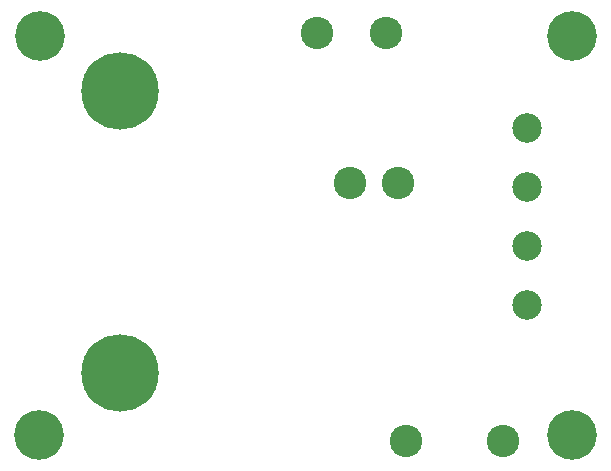
<source format=gbs>
G04*
G04 #@! TF.GenerationSoftware,Altium Limited,Altium Designer,20.1.7 (139)*
G04*
G04 Layer_Color=16711935*
%FSAX25Y25*%
%MOIN*%
G70*
G04*
G04 #@! TF.SameCoordinates,E0FEAD2B-5758-45BC-B138-3864F7F5ABB7*
G04*
G04*
G04 #@! TF.FilePolarity,Negative*
G04*
G01*
G75*
%ADD27C,0.16548*%
%ADD28C,0.09855*%
%ADD29C,0.10800*%
%ADD30C,0.25800*%
D27*
X0190000Y0145000D02*
D03*
X0012500D02*
D03*
X0190000Y0012050D02*
D03*
X0012450D02*
D03*
D28*
X0175000Y0055315D02*
D03*
Y0075000D02*
D03*
Y0114370D02*
D03*
Y0094685D02*
D03*
D29*
X0105000Y0146000D02*
D03*
X0128000D02*
D03*
X0134500Y0010000D02*
D03*
X0167000D02*
D03*
X0116000Y0096000D02*
D03*
X0132000D02*
D03*
D30*
X0039450Y0032550D02*
D03*
Y0126550D02*
D03*
M02*

</source>
